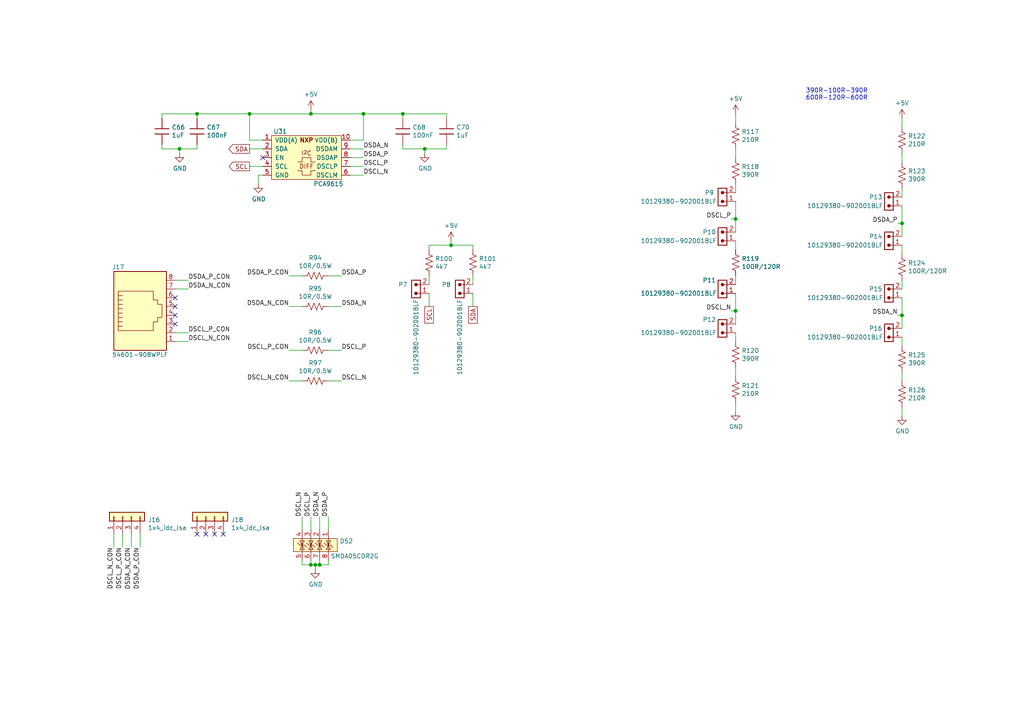
<source format=kicad_sch>
(kicad_sch (version 20230121) (generator eeschema)
  (paper "A4")
  (title_block (title "Differential I2C bus") (date "2023-07-15") (rev "v2.0") (company "Roman Labovsky (roman-labovsky.cz)"))
  (lib_symbols
    (symbol "capacitor_smd_rl:c_1206" (pin_numbers hide) (pin_names (offset 1.016) hide)
      (property "Reference" "C" (at 0 3.81 0))
      (property "Value" "c_1206" (at 0 -3.81 0))
      (symbol "c_1206_1_1"
        (polyline (pts (xy -0.762 -2.032) (xy -0.762 2.032)) (stroke (width 0.254)))
        (polyline (pts (xy 0.762 -2.032) (xy 0.762 2.032)) (stroke (width 0.254)))
        (pin passive line (at -3.81 0 0) (length 2.8956) (name "~") (number "1"))
        (pin passive line (at 3.81 0 180) (length 2.8956) (name "~") (number "2"))
      )
    )
    (symbol "connector_idc_lsa_tht_rl:1x4_idc_lsa" (pin_names (offset 1.016) hide)
      (property "Reference" "J" (at 0 2.54 0))
      (property "Value" "1x4_idc_lsa" (at 11.43 0 0))
      (symbol "1x4_idc_lsa_1_1"
        (rectangle (start -5.08 -1.27) (end 5.08 1.27) (stroke (width 0.254)) (fill (type background)))
        (rectangle (start -3.937 -1.27) (end -3.683 0) (stroke (width 0.1524)))
        (rectangle (start -1.397 -1.27) (end -1.143 0) (stroke (width 0.1524)))
        (rectangle (start 1.143 -1.27) (end 1.397 0) (stroke (width 0.1524)))
        (rectangle (start 3.683 -1.27) (end 3.937 0) (stroke (width 0.1524)))
        (pin passive line (at -3.81 -5.08 90) (length 3.81) (name "1") (number "1"))
        (pin passive line (at -1.27 -5.08 90) (length 3.81) (name "2") (number "2"))
        (pin passive line (at 1.27 -5.08 90) (length 3.81) (name "3") (number "3"))
        (pin passive line (at 3.81 -5.08 90) (length 3.81) (name "4") (number "4"))
      )
    )
    (symbol "connector_pin_header_2.54mm_smd_rl:10129380-902001BLF" (pin_names (offset 1.016) hide)
      (property "Reference" "P" (at -1.27 2.54 0))
      (property "Value" "10129380-902001BLF" (at 13.97 0 0))
      (symbol "10129380-902001BLF_0_1"
        (circle (center -1.27 0) (radius 0.254) (stroke (width 0.4572)))
        (polyline (pts (xy -2.54 -1.27) (xy -2.54 1.27)) (stroke (width 0.254)))
        (polyline (pts (xy -2.54 -1.27) (xy 2.54 -1.27)) (stroke (width 0.254)))
        (polyline (pts (xy -1.27 -1.27) (xy -1.27 0)) (stroke (width 0.1524)))
        (polyline (pts (xy 1.27 -1.27) (xy 1.27 0)) (stroke (width 0.1524)))
        (polyline (pts (xy 2.54 -1.27) (xy 2.54 1.27) (xy -2.54 1.27)) (stroke (width 0.254)))
        (circle (center 1.27 0) (radius 0.254) (stroke (width 0.4572)))
      )
      (symbol "10129380-902001BLF_1_1"
        (pin passive line (at -1.27 -3.81 90) (length 2.54) (name "1") (number "1"))
        (pin passive line (at 1.27 -3.81 90) (length 2.54) (name "2") (number "2"))
      )
    )
    (symbol "connector_rj45_tht_rl:54601-908WPLF" (pin_names (offset 1.016))
      (property "Reference" "J" (at -6.35 12.7 0))
      (property "Value" "54601-908WPLF" (at -5.08 -12.7 0))
      (symbol "54601-908WPLF_1_1"
        (polyline (pts (xy -5.08 3.175) (xy -6.35 3.175)))
        (polyline (pts (xy -5.08 4.445) (xy -6.35 4.445)))
        (polyline (pts (xy -6.35 -4.445) (xy -5.08 -4.445) (xy -5.08 -4.445)))
        (polyline (pts (xy -6.35 -3.175) (xy -5.08 -3.175) (xy -5.08 -3.175)))
        (polyline (pts (xy -6.35 -1.905) (xy -5.08 -1.905) (xy -5.08 -1.905)))
        (polyline (pts (xy -6.35 -0.635) (xy -5.08 -0.635) (xy -5.08 -0.635)))
        (polyline (pts (xy -6.35 0.635) (xy -5.08 0.635) (xy -5.08 0.635)))
        (polyline (pts (xy -5.08 1.905) (xy -6.35 1.905) (xy -6.35 1.905)))
        (polyline (pts (xy -6.35 -5.715) (xy -6.35 5.715) (xy 3.81 5.715) (xy 3.81 3.175) (xy 5.08 3.175) (xy 5.08 1.905) (xy 6.35 1.905) (xy 6.35 -1.905) (xy 5.08 -1.905) (xy 5.08 -3.175) (xy 3.81 -3.175) (xy 3.81 -5.715) (xy -6.35 -5.715) (xy -6.35 -5.715)))
        (rectangle (start 7.62 11.43) (end -7.62 -11.43) (stroke (width 0.254)) (fill (type background)))
        (pin passive line (at 10.16 -8.89 180) (length 2.54) (name "~") (number "1"))
        (pin passive line (at 10.16 -6.35 180) (length 2.54) (name "~") (number "2"))
        (pin passive line (at 10.16 -3.81 180) (length 2.54) (name "~") (number "3"))
        (pin passive line (at 10.16 -1.27 180) (length 2.54) (name "~") (number "4"))
        (pin passive line (at 10.16 1.27 180) (length 2.54) (name "~") (number "5"))
        (pin passive line (at 10.16 3.81 180) (length 2.54) (name "~") (number "6"))
        (pin passive line (at 10.16 6.35 180) (length 2.54) (name "~") (number "7"))
        (pin passive line (at 10.16 8.89 180) (length 2.54) (name "~") (number "8"))
      )
    )
    (symbol "interface_i2c_rl:PCA9615" (pin_names (offset 1.016))
      (property "Reference" "U" (at -8.89 7.62 0))
      (property "Value" "PCA9615" (at 6.35 -7.62 0))
      (symbol "PCA9615_0_0"
        (text "" (at -100.33 -17.78 0) (effects (font (size 1.27 1.27))))
      )
      (symbol "PCA9615_0_1"
        (rectangle (start -10.16 6.35) (end 10.16 -6.35) (fill (type background)))
      )
      (symbol "PCA9615_1_1"
        (polyline (pts (xy -2.54 -1.27) (xy -1.27 -1.27) (xy -1.27 0) (xy 1.27 0) (xy 1.27 -1.27) (xy 2.54 -1.27)))
        (polyline (pts (xy -2.54 -3.81) (xy -1.27 -3.81) (xy -1.27 -5.08) (xy 0 -5.08) (xy 1.27 -5.08) (xy 1.27 -3.81) (xy 2.54 -3.81)))
        (text "DIFF" (at 0 -2.54 0) (effects (font (size 1.27 1.27))))
        (text "I^{2}C" (at 0 1.27 0) (effects (font (size 1.27 1.27))))
        (text "NXP" (at 0 5.08 0) (effects (font (size 1.27 1.27) bold)))
        (pin power_in line (at -12.7 5.08 0) (length 2.54) (name "VDD(A)") (number "1"))
        (pin power_in line (at 12.7 5.08 180) (length 2.54) (name "VDD(B)") (number "10"))
        (pin bidirectional line (at -12.7 2.54 0) (length 2.54) (name "SDA") (number "2"))
        (pin input line (at -12.7 0 0) (length 2.54) (name "EN") (number "3"))
        (pin bidirectional line (at -12.7 -2.54 0) (length 2.54) (name "SCL") (number "4"))
        (pin power_in line (at -12.7 -5.08 0) (length 2.54) (name "GND") (number "5"))
        (pin bidirectional line (at 12.7 -5.08 180) (length 2.54) (name "DSCLM") (number "6"))
        (pin bidirectional line (at 12.7 -2.54 180) (length 2.54) (name "DSCLP") (number "7"))
        (pin bidirectional line (at 12.7 0 180) (length 2.54) (name "DSDAP") (number "8"))
        (pin bidirectional line (at 12.7 2.54 180) (length 2.54) (name "DSDAM") (number "9"))
      )
    )
    (symbol "power_rl:+5V" (power) (pin_numbers hide) (pin_names (offset 0))
      (property "Value" "+5V" (at 0 3.556 0))
      (symbol "+5V_1_1"
        (polyline (pts (xy -0.762 1.27) (xy 0 2.54)))
        (polyline (pts (xy 0 0) (xy 0 2.54)))
        (polyline (pts (xy 0 2.54) (xy 0.762 1.27)))
        (pin power_in line (at 0 0 90) (length 0) hide (name "+5V") (number "1"))
      )
    )
    (symbol "power_rl:GND" (power) (pin_names (offset 0))
      (property "Value" "GND" (at 0 -2.54 0))
      (symbol "GND_1_1"
        (polyline (pts (xy 0 1.27) (xy 0 0) (xy 1.27 0) (xy 0 -1.27) (xy -1.27 0) (xy 0 0)))
        (pin power_in line (at 0 1.27 270) (length 0) hide (name "GND") (number "1"))
      )
    )
    (symbol "resistor_smd_rl:r_1206_us" (pin_numbers hide) (pin_names hide)
      (property "Reference" "R" (at 0 2.032 0))
      (property "Value" "resistor_us" (at 0 -2.54 0))
      (symbol "r_1206_us_1_1"
        (polyline (pts (xy -2.286 0) (xy -2.54 0)))
        (polyline (pts (xy 2.286 0) (xy 2.54 0)))
        (polyline (pts (xy -2.286 0) (xy -1.905 1.016) (xy -1.524 0) (xy -1.143 -1.016) (xy -0.762 0)))
        (polyline (pts (xy -0.762 0) (xy -0.381 1.016) (xy 0 0) (xy 0.381 -1.016) (xy 0.762 0)))
        (polyline (pts (xy 0.762 0) (xy 1.143 1.016) (xy 1.524 0) (xy 1.905 -1.016) (xy 2.286 0)))
        (pin passive line (at -3.81 0 0) (length 1.27) (name "~") (number "1"))
        (pin passive line (at 3.81 0 180) (length 1.27) (name "~") (number "2"))
      )
    )
    (symbol "transil_diode_smd_rl:SMDA05CDR2G" (pin_names (offset 1.016) hide)
      (property "Reference" "D" (at 5.08 3.81 0))
      (property "Value" "SMDA05CDR2G" (at 11.43 -2.54 0))
      (symbol "SMDA05CDR2G_0_1"
        (rectangle (start -6.35 2.54) (end 6.35 -1.27) (fill (type background)))
      )
      (symbol "SMDA05CDR2G_1_1"
        (polyline (pts (xy -3.81 1.27) (xy -3.81 -1.27)))
        (polyline (pts (xy -3.81 2.54) (xy -3.81 0.635)))
        (polyline (pts (xy -1.27 1.27) (xy -1.27 -1.27)))
        (polyline (pts (xy -1.27 2.54) (xy -1.27 0.635)))
        (polyline (pts (xy 1.27 1.27) (xy 1.27 -1.27)))
        (polyline (pts (xy 1.27 2.54) (xy 1.27 0.635)))
        (polyline (pts (xy 3.81 1.27) (xy 3.81 -1.27)))
        (polyline (pts (xy 3.81 2.54) (xy 3.81 0.635)))
        (polyline (pts (xy -3.81 0.635) (xy -4.445 -0.635) (xy -3.175 -0.635) (xy -3.81 0.635)))
        (polyline (pts (xy -3.81 0.635) (xy -3.175 1.905) (xy -4.445 1.905) (xy -3.81 0.635)))
        (polyline (pts (xy -2.54 1.27) (xy -1.905 0.635) (xy -0.635 0.635) (xy 0 0)))
        (polyline (pts (xy -1.27 0.635) (xy -0.635 -0.635) (xy -1.905 -0.635) (xy -1.27 0.635)))
        (polyline (pts (xy 1.27 0.635) (xy 0.635 -0.635) (xy 1.905 -0.635) (xy 1.27 0.635)))
        (polyline (pts (xy 1.27 0.635) (xy 1.905 1.905) (xy 0.635 1.905) (xy 1.27 0.635)))
        (polyline (pts (xy 2.54 1.27) (xy 3.175 0.635) (xy 4.445 0.635) (xy 5.08 0)))
        (polyline (pts (xy 3.81 0.635) (xy 4.445 -0.635) (xy 3.175 -0.635) (xy 3.81 0.635)))
        (polyline (pts (xy -5.08 1.27) (xy -4.445 0.635) (xy -3.81 0.635) (xy -3.175 0.635) (xy -2.54 0)))
        (polyline (pts (xy -1.27 0.635) (xy -1.905 1.905) (xy -0.635 1.905) (xy -1.27 0.635) (xy -1.27 1.27)))
        (polyline (pts (xy 0 1.27) (xy 0.635 0.635) (xy 1.27 0.635) (xy 1.905 0.635) (xy 2.54 0)))
        (polyline (pts (xy 3.81 0.635) (xy 3.175 1.905) (xy 4.445 1.905) (xy 3.81 0.635) (xy 3.81 1.27)))
        (pin passive line (at 3.81 5.08 270) (length 2.54) (name "A") (number "1"))
        (pin passive line (at 1.27 5.08 270) (length 2.54) (name "A") (number "2"))
        (pin passive line (at -1.27 5.08 270) (length 2.54) (name "A") (number "3"))
        (pin passive line (at -3.81 5.08 270) (length 2.54) (name "A") (number "4"))
        (pin passive line (at -3.81 -3.81 90) (length 2.54) (name "A") (number "5"))
        (pin passive line (at -1.27 -3.81 90) (length 2.54) (name "A") (number "6"))
        (pin passive line (at 1.27 -3.81 90) (length 2.54) (name "A") (number "7"))
        (pin passive line (at 3.81 -3.81 90) (length 2.54) (name "A") (number "8"))
      )
    )
  )
  (junction (at 116.84 33.02))
  (junction (at 213.36 63.5))
  (junction (at 213.36 90.17))
  (junction (at 123.19 43.18))
  (junction (at 92.71 163.83))
  (junction (at 72.39 33.02))
  (junction (at 105.41 33.02))
  (junction (at 130.81 71.12))
  (junction (at 261.62 91.44))
  (junction (at 261.62 64.77))
  (junction (at 57.15 33.02))
  (junction (at 91.44 163.83))
  (junction (at 90.17 33.02))
  (junction (at 90.17 163.83))
  (junction (at 52.07 43.18))
  (no_connect (at 62.23 154.94))
  (no_connect (at 64.77 154.94))
  (no_connect (at 57.15 154.94))
  (no_connect (at 50.8 91.44))
  (no_connect (at 59.69 154.94))
  (no_connect (at 50.8 88.9))
  (no_connect (at 50.8 93.98))
  (no_connect (at 50.8 86.36))
  (no_connect (at 76.2 45.72))
  (wire (pts (xy 105.41 33.02) (xy 105.41 40.64)))
  (wire (pts (xy 124.46 82.55) (xy 124.46 80.01)))
  (wire (pts (xy 261.62 120.65) (xy 261.62 118.11)))
  (wire (pts (xy 129.54 33.02) (xy 129.54 34.29)))
  (wire (pts (xy 130.81 69.85) (xy 130.81 71.12)))
  (wire (pts (xy 213.36 90.17) (xy 213.36 93.98)))
  (wire (pts (xy 50.8 83.82) (xy 54.61 83.82)))
  (wire (pts (xy 92.71 163.83) (xy 95.25 163.83)))
  (wire (pts (xy 213.36 67.31) (xy 213.36 63.5)))
  (wire (pts (xy 95.25 163.83) (xy 95.25 162.56)))
  (wire (pts (xy 124.46 72.39) (xy 124.46 71.12)))
  (wire (pts (xy 116.84 33.02) (xy 129.54 33.02)))
  (wire (pts (xy 101.6 45.72) (xy 105.41 45.72)))
  (wire (pts (xy 212.09 63.5) (xy 213.36 63.5)))
  (wire (pts (xy 52.07 43.18) (xy 57.15 43.18)))
  (wire (pts (xy 213.36 69.85) (xy 213.36 72.39)))
  (wire (pts (xy 261.62 100.33) (xy 261.62 97.79)))
  (wire (pts (xy 40.64 154.94) (xy 40.64 158.75)))
  (wire (pts (xy 95.25 149.86) (xy 95.25 153.67)))
  (wire (pts (xy 213.36 106.68) (xy 213.36 109.22)))
  (wire (pts (xy 38.1 154.94) (xy 38.1 158.75)))
  (wire (pts (xy 260.35 91.44) (xy 261.62 91.44)))
  (wire (pts (xy 123.19 43.18) (xy 129.54 43.18)))
  (wire (pts (xy 76.2 48.26) (xy 72.39 48.26)))
  (wire (pts (xy 46.99 41.91) (xy 46.99 43.18)))
  (wire (pts (xy 116.84 43.18) (xy 123.19 43.18)))
  (wire (pts (xy 116.84 34.29) (xy 116.84 33.02)))
  (wire (pts (xy 261.62 107.95) (xy 261.62 110.49)))
  (wire (pts (xy 87.63 80.01) (xy 83.82 80.01)))
  (wire (pts (xy 213.36 58.42) (xy 213.36 63.5)))
  (wire (pts (xy 90.17 163.83) (xy 91.44 163.83)))
  (wire (pts (xy 261.62 59.69) (xy 261.62 64.77)))
  (wire (pts (xy 213.36 85.09) (xy 213.36 90.17)))
  (wire (pts (xy 124.46 71.12) (xy 130.81 71.12)))
  (wire (pts (xy 261.62 57.15) (xy 261.62 54.61)))
  (wire (pts (xy 76.2 40.64) (xy 72.39 40.64)))
  (wire (pts (xy 261.62 36.83) (xy 261.62 34.29)))
  (wire (pts (xy 137.16 71.12) (xy 137.16 72.39)))
  (wire (pts (xy 46.99 33.02) (xy 46.99 34.29)))
  (wire (pts (xy 261.62 83.82) (xy 261.62 81.28)))
  (wire (pts (xy 57.15 33.02) (xy 72.39 33.02)))
  (wire (pts (xy 76.2 43.18) (xy 72.39 43.18)))
  (wire (pts (xy 130.81 71.12) (xy 137.16 71.12)))
  (wire (pts (xy 213.36 35.56) (xy 213.36 33.02)))
  (wire (pts (xy 213.36 119.38) (xy 213.36 116.84)))
  (wire (pts (xy 91.44 165.1) (xy 91.44 163.83)))
  (wire (pts (xy 101.6 48.26) (xy 105.41 48.26)))
  (wire (pts (xy 50.8 96.52) (xy 54.61 96.52)))
  (wire (pts (xy 87.63 149.86) (xy 87.63 153.67)))
  (wire (pts (xy 87.63 88.9) (xy 83.82 88.9)))
  (wire (pts (xy 123.19 44.45) (xy 123.19 43.18)))
  (wire (pts (xy 137.16 85.09) (xy 137.16 88.9)))
  (wire (pts (xy 92.71 149.86) (xy 92.71 153.67)))
  (wire (pts (xy 87.63 110.49) (xy 83.82 110.49)))
  (wire (pts (xy 116.84 41.91) (xy 116.84 43.18)))
  (wire (pts (xy 50.8 81.28) (xy 54.61 81.28)))
  (wire (pts (xy 105.41 33.02) (xy 116.84 33.02)))
  (wire (pts (xy 57.15 33.02) (xy 46.99 33.02)))
  (wire (pts (xy 213.36 43.18) (xy 213.36 45.72)))
  (wire (pts (xy 72.39 40.64) (xy 72.39 33.02)))
  (wire (pts (xy 57.15 34.29) (xy 57.15 33.02)))
  (wire (pts (xy 212.09 90.17) (xy 213.36 90.17)))
  (wire (pts (xy 90.17 33.02) (xy 105.41 33.02)))
  (wire (pts (xy 35.56 154.94) (xy 35.56 158.75)))
  (wire (pts (xy 95.25 110.49) (xy 99.06 110.49)))
  (wire (pts (xy 52.07 44.45) (xy 52.07 43.18)))
  (wire (pts (xy 72.39 33.02) (xy 90.17 33.02)))
  (wire (pts (xy 74.93 50.8) (xy 74.93 53.34)))
  (wire (pts (xy 101.6 50.8) (xy 105.41 50.8)))
  (wire (pts (xy 261.62 44.45) (xy 261.62 46.99)))
  (wire (pts (xy 50.8 99.06) (xy 54.61 99.06)))
  (wire (pts (xy 213.36 82.55) (xy 213.36 80.01)))
  (wire (pts (xy 213.36 99.06) (xy 213.36 96.52)))
  (wire (pts (xy 261.62 68.58) (xy 261.62 64.77)))
  (wire (pts (xy 261.62 91.44) (xy 261.62 95.25)))
  (wire (pts (xy 137.16 82.55) (xy 137.16 80.01)))
  (wire (pts (xy 95.25 88.9) (xy 99.06 88.9)))
  (wire (pts (xy 87.63 162.56) (xy 87.63 163.83)))
  (wire (pts (xy 33.02 154.94) (xy 33.02 158.75)))
  (wire (pts (xy 261.62 86.36) (xy 261.62 91.44)))
  (wire (pts (xy 46.99 43.18) (xy 52.07 43.18)))
  (wire (pts (xy 101.6 43.18) (xy 105.41 43.18)))
  (wire (pts (xy 57.15 43.18) (xy 57.15 41.91)))
  (wire (pts (xy 91.44 163.83) (xy 92.71 163.83)))
  (wire (pts (xy 260.35 64.77) (xy 261.62 64.77)))
  (wire (pts (xy 95.25 101.6) (xy 99.06 101.6)))
  (wire (pts (xy 129.54 43.18) (xy 129.54 41.91)))
  (wire (pts (xy 213.36 55.88) (xy 213.36 53.34)))
  (wire (pts (xy 90.17 149.86) (xy 90.17 153.67)))
  (wire (pts (xy 87.63 101.6) (xy 83.82 101.6)))
  (wire (pts (xy 76.2 50.8) (xy 74.93 50.8)))
  (wire (pts (xy 261.62 71.12) (xy 261.62 73.66)))
  (wire (pts (xy 90.17 31.75) (xy 90.17 33.02)))
  (wire (pts (xy 87.63 163.83) (xy 90.17 163.83)))
  (wire (pts (xy 124.46 85.09) (xy 124.46 88.9)))
  (wire (pts (xy 105.41 40.64) (xy 101.6 40.64)))
  (wire (pts (xy 90.17 162.56) (xy 90.17 163.83)))
  (wire (pts (xy 95.25 80.01) (xy 99.06 80.01)))
  (wire (pts (xy 92.71 162.56) (xy 92.71 163.83)))
  (text "390R-100R-390R\n600R-120R-600R" (at 233.68 29.21 0) (effects (font (size 1.27 1.27)) (justify left bottom)))
  (label "DSCL_P" (at 105.41 48.26 0))
  (label "DSDA_N_CON" (at 38.1 158.75 270))
  (label "DSCL_P_CON" (at 35.56 158.75 270))
  (label "DSDA_P_CON" (at 40.64 158.75 270))
  (label "DSDA_N" (at 99.06 88.9 0))
  (label "DSDA_N" (at 260.35 91.44 180))
  (label "DSCL_P" (at 212.09 63.5 180))
  (label "DSCL_N_CON" (at 83.82 110.49 180))
  (label "DSCL_P_CON" (at 54.61 96.52 0))
  (label "DSDA_N" (at 105.41 43.18 0))
  (label "DSDA_P" (at 99.06 80.01 0))
  (label "DSCL_P" (at 99.06 101.6 0))
  (label "DSCL_N_CON" (at 54.61 99.06 0))
  (label "DSCL_P" (at 90.17 149.86 90))
  (label "DSCL_N" (at 87.63 149.86 90))
  (label "DSDA_P" (at 95.25 149.86 90))
  (label "DSCL_N_CON" (at 33.02 158.75 270))
  (label "DSDA_P" (at 105.41 45.72 0))
  (label "DSDA_P_CON" (at 54.61 81.28 0))
  (label "DSCL_P_CON" (at 83.82 101.6 180))
  (label "DSDA_P_CON" (at 83.82 80.01 180))
  (label "DSCL_N" (at 212.09 90.17 180))
  (label "DSCL_N" (at 99.06 110.49 0))
  (label "DSDA_P" (at 260.35 64.77 180))
  (label "DSDA_N_CON" (at 54.61 83.82 0))
  (label "DSDA_N_CON" (at 83.82 88.9 180))
  (label "DSCL_N" (at 105.41 50.8 0))
  (label "DSDA_N" (at 92.71 149.86 90))
  (global_label "SDA" (shape output) (at 72.39 43.18 180) (property "Intersheetrefs" "${INTERSHEET_REFS}" (effects hide)))
  (global_label "SCL" (shape passive) (at 124.46 88.9 270) (property "Intersheetrefs" "${INTERSHEET_REFS}" (effects hide)))
  (global_label "SCL" (shape output) (at 72.39 48.26 180) (property "Intersheetrefs" "${INTERSHEET_REFS}" (effects hide)))
  (global_label "SDA" (shape passive) (at 137.16 88.9 270) (property "Intersheetrefs" "${INTERSHEET_REFS}" (effects hide)))
  (symbol (lib_id "interface_i2c_rl:PCA9615") (at 88.9 45.72 0) (unit 1)
    (property "Reference" "U31" (at 81.28 38.1 0))
    (property "Value" "PCA9615" (at 95.25 53.34 0))
    (property "Footprint" "package_tssop_rl:tssop_10" (effects hide))
    (property "Datasheet" "https://www.nxp.com/docs/en/data-sheet/PCA9615.pdf" (effects hide))
    (property "Manufacturer" "NXP Semiconductors" (effects hide))
  )
  (symbol (lib_id "capacitor_smd_rl:c_1206") (at 57.15 38.1 270) (unit 1)
    (property "Reference" "C67" (at 59.944 36.9316 90) (effects (justify left)))
    (property "Value" "100nF" (at 59.944 39.243 90) (effects (justify left)))
    (property "Footprint" "capacitor_smd_rl:c_1206" (effects hide))
  )
  (symbol (lib_id "capacitor_smd_rl:c_1206") (at 46.99 38.1 270) (unit 1)
    (property "Reference" "C66" (at 49.784 36.9316 90) (effects (justify left)))
    (property "Value" "1uF" (at 49.784 39.243 90) (effects (justify left)))
    (property "Footprint" "capacitor_smd_rl:c_1206" (effects hide))
    (instances (project "zone-controller" (path "" (reference "C66") (unit 1)) (path "" (reference "C?") (unit 1))))
  )
  (symbol (lib_id "capacitor_smd_rl:c_1206") (at 116.84 38.1 270) (unit 1)
    (property "Reference" "C68" (at 119.634 36.9316 90) (effects (justify left)))
    (property "Value" "100nF" (at 119.634 39.243 90) (effects (justify left)))
    (property "Footprint" "capacitor_smd_rl:c_1206" (effects hide))
  )
  (symbol (lib_id "capacitor_smd_rl:c_1206") (at 129.54 38.1 270) (unit 1)
    (property "Reference" "C70" (at 132.334 36.9316 90) (effects (justify left)))
    (property "Value" "1uF" (at 132.334 39.243 90) (effects (justify left)))
    (property "Footprint" "capacitor_smd_rl:c_1206" (effects hide))
  )
  (symbol (lib_id "power_rl:GND") (at 74.93 54.61 0) (unit 1)
    (property "Reference" "#PWR0400" (effects hide))
    (property "Value" "GND" (at 75.057 57.7342 0))
  )
  (symbol (lib_id "power_rl:GND") (at 52.07 45.72 0) (unit 1)
    (property "Reference" "#PWR0401" (effects hide))
    (property "Value" "GND" (at 52.197 48.8442 0))
  )
  (symbol (lib_id "power_rl:GND") (at 123.19 45.72 0) (unit 1)
    (property "Reference" "#PWR0402" (effects hide))
    (property "Value" "GND" (at 123.317 48.8442 0))
  )
  (symbol (lib_id "power_rl:+5V") (at 90.17 31.75 0) (unit 1)
    (property "Reference" "#PWR0403" (effects hide))
    (property "Value" "+5V" (at 90.17 27.3558 0))
  )
  (symbol (lib_id "resistor_smd_rl:r_1206_us") (at 124.46 76.2 270) (unit 1)
    (property "Reference" "R100" (at 126.1872 75.0316 90) (effects (justify left)))
    (property "Value" "4k7" (at 126.1872 77.343 90) (effects (justify left)))
    (property "Footprint" "resistor_smd_rl:r_1206" (effects hide))
  )
  (symbol (lib_id "resistor_smd_rl:r_1206_us") (at 137.16 76.2 270) (unit 1)
    (property "Reference" "R101" (at 138.8872 75.0316 90) (effects (justify left)))
    (property "Value" "4k7" (at 138.8872 77.343 90) (effects (justify left)))
    (property "Footprint" "resistor_smd_rl:r_1206" (effects hide))
  )
  (symbol (lib_id "power_rl:+5V") (at 130.81 69.85 0) (unit 1)
    (property "Reference" "#PWR0404" (effects hide))
    (property "Value" "+5V" (at 130.81 65.4558 0))
  )
  (symbol (lib_id "connector_pin_header_2.54mm_smd_rl:10129380-902001BLF") (at 120.65 83.82 90) (unit 1)
    (property "Reference" "P7" (at 116.84 82.55 90))
    (property "Value" "10129380-902001BLF" (at 120.65 97.79 0))
    (property "Footprint" "connector_pin_header_2.54mm_smd_rl:1x2_pin_header_2.54mm_vertical" (effects hide))
    (property "Datasheet" "https://cdn.amphenol-cs.com/media/wysiwyg/files/drawing/10129380.pdf" (effects hide))
  )
  (symbol (lib_id "connector_pin_header_2.54mm_smd_rl:10129380-902001BLF") (at 133.35 83.82 90) (unit 1)
    (property "Reference" "P8" (at 130.81 82.55 90) (effects (justify left)))
    (property "Value" "10129380-902001BLF" (at 133.35 97.79 0))
    (property "Footprint" "connector_pin_header_2.54mm_smd_rl:1x2_pin_header_2.54mm_vertical" (effects hide))
    (property "Datasheet" "https://cdn.amphenol-cs.com/media/wysiwyg/files/drawing/10129380.pdf" (effects hide))
  )
  (symbol (lib_id "connector_rj45_tht_rl:54601-908WPLF") (at 40.64 90.17 0) (unit 1)
    (property "Reference" "J17" (at 34.29 77.47 0))
    (property "Value" "54601-908WPLF" (at 40.64 102.87 0))
    (property "Footprint" "connector_rj45_tht_rl:54601-908WPLF" (effects hide))
    (property "Datasheet" "https://cdn.amphenol-cs.com/media/wysiwyg/files/drawing/c-bmj-0051.pdf" (effects hide))
  )
  (symbol (lib_id "resistor_smd_rl:r_1206_us") (at 91.44 80.01 0) (unit 1)
    (property "Reference" "R94" (at 91.44 74.803 0))
    (property "Value" "10R/0.5W" (at 91.44 77.1144 0))
    (property "Footprint" "resistor_smd_rl:r_1206" (effects hide))
  )
  (symbol (lib_id "resistor_smd_rl:r_1206_us") (at 91.44 88.9 0) (unit 1)
    (property "Reference" "R95" (at 91.44 83.693 0))
    (property "Value" "10R/0.5W" (at 91.44 86.0044 0))
    (property "Footprint" "resistor_smd_rl:r_1206" (effects hide))
  )
  (symbol (lib_id "resistor_smd_rl:r_1206_us") (at 91.44 101.6 0) (unit 1)
    (property "Reference" "R96" (at 91.44 96.393 0))
    (property "Value" "10R/0.5W" (at 91.44 98.7044 0))
    (property "Footprint" "resistor_smd_rl:r_1206" (effects hide))
  )
  (symbol (lib_id "resistor_smd_rl:r_1206_us") (at 91.44 110.49 0) (unit 1)
    (property "Reference" "R97" (at 91.44 105.283 0))
    (property "Value" "10R/0.5W" (at 91.44 107.5944 0))
    (property "Footprint" "resistor_smd_rl:r_1206" (effects hide))
  )
  (symbol (lib_id "transil_diode_smd_rl:SMDA05CDR2G") (at 91.44 158.75 0) (unit 1)
    (property "Reference" "D52" (at 98.5012 156.9466 0) (effects (justify left)))
    (property "Value" "SMDA05CDR2G" (at 102.87 161.29 0))
    (property "Footprint" "package_soic_rl:soic_8_3.9mmx4.9mm" (effects hide))
    (property "Datasheet" "https://www.onsemi.com/pdf/datasheet/smda05c-d.pdf" (effects hide))
  )
  (symbol (lib_id "power_rl:GND") (at 91.44 166.37 0) (unit 1)
    (property "Reference" "#PWR0405" (effects hide))
    (property "Value" "GND" (at 91.567 169.4942 0))
  )
  (symbol (lib_id "connector_idc_lsa_tht_rl:1x4_idc_lsa") (at 36.83 149.86 0) (unit 1)
    (property "Reference" "J16" (at 42.8752 150.7744 0) (effects (justify left)))
    (property "Value" "1x4_idc_lsa" (at 42.8752 153.0858 0) (effects (justify left)))
    (property "Footprint" "connector_idc_lsa_tht_rl:1x4_idc_lsa_connector_general" (effects hide))
  )
  (symbol (lib_id "connector_idc_lsa_tht_rl:1x4_idc_lsa") (at 60.96 149.86 0) (unit 1)
    (property "Reference" "J18" (at 67.0052 150.7744 0) (effects (justify left)))
    (property "Value" "1x4_idc_lsa" (at 67.0052 153.0858 0) (effects (justify left)))
    (property "Footprint" "connector_idc_lsa_tht_rl:1x4_idc_lsa_connector_general" (effects hide))
  )
  (symbol (lib_id "power_rl:+5V") (at 213.36 33.02 0) (unit 1)
    (property "Reference" "#PWR0406" (effects hide))
    (property "Value" "+5V" (at 213.36 28.6258 0))
  )
  (symbol (lib_id "resistor_smd_rl:r_1206_us") (at 213.36 39.37 270) (unit 1)
    (property "Reference" "R117" (at 215.0872 38.2016 90) (effects (justify left)))
    (property "Value" "210R" (at 215.0872 40.513 90) (effects (justify left)))
    (property "Footprint" "resistor_smd_rl:r_1206" (effects hide))
  )
  (symbol (lib_id "resistor_smd_rl:r_1206_us") (at 213.36 49.53 270) (unit 1)
    (property "Reference" "R118" (at 215.0872 48.3616 90) (effects (justify left)))
    (property "Value" "390R" (at 215.0872 50.673 90) (effects (justify left)))
    (property "Footprint" "resistor_smd_rl:r_1206" (effects hide))
  )
  (symbol (lib_id "connector_pin_header_2.54mm_smd_rl:10129380-902001BLF") (at 209.55 57.15 90) (unit 1)
    (property "Reference" "P9" (at 205.74 55.88 90))
    (property "Value" "10129380-902001BLF" (at 196.85 58.42 90))
    (property "Footprint" "connector_pin_header_2.54mm_smd_rl:1x2_pin_header_2.54mm_vertical" (effects hide))
    (property "Datasheet" "https://cdn.amphenol-cs.com/media/wysiwyg/files/drawing/10129380.pdf" (effects hide))
  )
  (symbol (lib_id "resistor_smd_rl:r_1206_us") (at 213.36 76.2 270) (unit 1)
    (property "Reference" "R119" (at 215.0872 75.0316 90) (effects (justify left)))
    (property "Value" "100R/120R" (at 215.0872 77.343 90) (effects (justify left)))
    (property "Footprint" "resistor_smd_rl:r_1206" (effects hide))
  )
  (symbol (lib_id "connector_pin_header_2.54mm_smd_rl:10129380-902001BLF") (at 209.55 95.25 90) (unit 1)
    (property "Reference" "P12" (at 205.74 92.71 90))
    (property "Value" "10129380-902001BLF" (at 196.85 96.52 90))
    (property "Footprint" "connector_pin_header_2.54mm_smd_rl:1x2_pin_header_2.54mm_vertical" (effects hide))
    (property "Datasheet" "https://cdn.amphenol-cs.com/media/wysiwyg/files/drawing/10129380.pdf" (effects hide))
  )
  (symbol (lib_id "resistor_smd_rl:r_1206_us") (at 213.36 102.87 270) (unit 1)
    (property "Reference" "R120" (at 215.0872 101.7016 90) (effects (justify left)))
    (property "Value" "390R" (at 215.0872 104.013 90) (effects (justify left)))
    (property "Footprint" "resistor_smd_rl:r_1206" (effects hide))
  )
  (symbol (lib_id "resistor_smd_rl:r_1206_us") (at 213.36 113.03 270) (unit 1)
    (property "Reference" "R121" (at 215.0872 111.8616 90) (effects (justify left)))
    (property "Value" "210R" (at 215.0872 114.173 90) (effects (justify left)))
    (property "Footprint" "resistor_smd_rl:r_1206" (effects hide))
  )
  (symbol (lib_id "power_rl:GND") (at 213.36 120.65 0) (unit 1)
    (property "Reference" "#PWR0407" (effects hide))
    (property "Value" "GND" (at 213.487 123.7742 0))
  )
  (symbol (lib_id "connector_pin_header_2.54mm_smd_rl:10129380-902001BLF") (at 209.55 68.58 90) (unit 1)
    (property "Reference" "P10" (at 205.74 67.31 90))
    (property "Value" "10129380-902001BLF" (at 196.85 69.85 90))
    (property "Footprint" "connector_pin_header_2.54mm_smd_rl:1x2_pin_header_2.54mm_vertical" (effects hide))
    (property "Datasheet" "https://cdn.amphenol-cs.com/media/wysiwyg/files/drawing/10129380.pdf" (effects hide))
  )
  (symbol (lib_id "connector_pin_header_2.54mm_smd_rl:10129380-902001BLF") (at 209.55 83.82 90) (unit 1)
    (property "Reference" "P11" (at 205.74 81.28 90))
    (property "Value" "10129380-902001BLF" (at 196.85 85.09 90))
    (property "Footprint" "connector_pin_header_2.54mm_smd_rl:1x2_pin_header_2.54mm_vertical" (effects hide))
    (property "Datasheet" "https://cdn.amphenol-cs.com/media/wysiwyg/files/drawing/10129380.pdf" (effects hide))
  )
  (symbol (lib_id "power_rl:+5V") (at 261.62 34.29 0) (unit 1)
    (property "Reference" "#PWR0408" (effects hide))
    (property "Value" "+5V" (at 261.62 29.8958 0))
  )
  (symbol (lib_id "resistor_smd_rl:r_1206_us") (at 261.62 40.64 270) (unit 1)
    (property "Reference" "R122" (at 263.3472 39.4716 90) (effects (justify left)))
    (property "Value" "210R" (at 263.3472 41.783 90) (effects (justify left)))
    (property "Footprint" "resistor_smd_rl:r_1206" (effects hide))
  )
  (symbol (lib_id "resistor_smd_rl:r_1206_us") (at 261.62 50.8 270) (unit 1)
    (property "Reference" "R123" (at 263.3472 49.6316 90) (effects (justify left)))
    (property "Value" "390R" (at 263.3472 51.943 90) (effects (justify left)))
    (property "Footprint" "resistor_smd_rl:r_1206" (effects hide))
  )
  (symbol (lib_id "connector_pin_header_2.54mm_smd_rl:10129380-902001BLF") (at 257.81 58.42 90) (unit 1)
    (property "Reference" "P13" (at 254 57.15 90))
    (property "Value" "10129380-902001BLF" (at 245.11 59.69 90))
    (property "Footprint" "connector_pin_header_2.54mm_smd_rl:1x2_pin_header_2.54mm_vertical" (effects hide))
    (property "Datasheet" "https://cdn.amphenol-cs.com/media/wysiwyg/files/drawing/10129380.pdf" (effects hide))
  )
  (symbol (lib_id "resistor_smd_rl:r_1206_us") (at 261.62 77.47 270) (unit 1)
    (property "Reference" "R124" (at 263.3472 76.3016 90) (effects (justify left)))
    (property "Value" "100R/120R" (at 263.3472 78.613 90) (effects (justify left)))
    (property "Footprint" "resistor_smd_rl:r_1206" (effects hide))
  )
  (symbol (lib_id "connector_pin_header_2.54mm_smd_rl:10129380-902001BLF") (at 257.81 96.52 90) (unit 1)
    (property "Reference" "P16" (at 254 95.25 90))
    (property "Value" "10129380-902001BLF" (at 245.11 97.79 90))
    (property "Footprint" "connector_pin_header_2.54mm_smd_rl:1x2_pin_header_2.54mm_vertical" (effects hide))
    (property "Datasheet" "https://cdn.amphenol-cs.com/media/wysiwyg/files/drawing/10129380.pdf" (effects hide))
  )
  (symbol (lib_id "resistor_smd_rl:r_1206_us") (at 261.62 104.14 270) (unit 1)
    (property "Reference" "R125" (at 263.3472 102.9716 90) (effects (justify left)))
    (property "Value" "390R" (at 263.3472 105.283 90) (effects (justify left)))
    (property "Footprint" "resistor_smd_rl:r_1206" (effects hide))
  )
  (symbol (lib_id "resistor_smd_rl:r_1206_us") (at 261.62 114.3 270) (unit 1)
    (property "Reference" "R126" (at 263.3472 113.1316 90) (effects (justify left)))
    (property "Value" "210R" (at 263.3472 115.443 90) (effects (justify left)))
    (property "Footprint" "resistor_smd_rl:r_1206" (effects hide))
  )
  (symbol (lib_id "power_rl:GND") (at 261.62 121.92 0) (unit 1)
    (property "Reference" "#PWR0409" (effects hide))
    (property "Value" "GND" (at 261.747 125.0442 0))
  )
  (symbol (lib_id "connector_pin_header_2.54mm_smd_rl:10129380-902001BLF") (at 257.81 69.85 90) (unit 1)
    (property "Reference" "P14" (at 254 68.58 90))
    (property "Value" "10129380-902001BLF" (at 245.11 71.12 90))
    (property "Footprint" "connector_pin_header_2.54mm_smd_rl:1x2_pin_header_2.54mm_vertical" (effects hide))
    (property "Datasheet" "https://cdn.amphenol-cs.com/media/wysiwyg/files/drawing/10129380.pdf" (effects hide))
  )
  (symbol (lib_id "connector_pin_header_2.54mm_smd_rl:10129380-902001BLF") (at 257.81 85.09 90) (unit 1)
    (property "Reference" "P15" (at 254 83.82 90))
    (property "Value" "10129380-902001BLF" (at 245.11 86.36 90))
    (property "Footprint" "connector_pin_header_2.54mm_smd_rl:1x2_pin_header_2.54mm_vertical" (effects hide))
    (property "Datasheet" "https://cdn.amphenol-cs.com/media/wysiwyg/files/drawing/10129380.pdf" (effects hide))
  )
)
</source>
